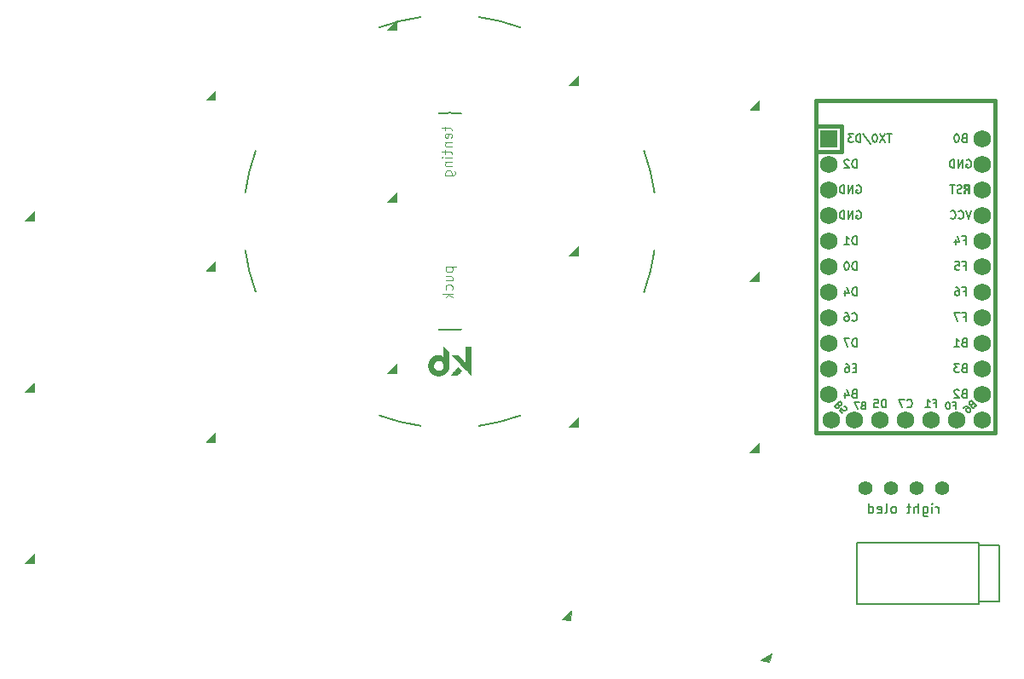
<source format=gbr>
%TF.GenerationSoftware,KiCad,Pcbnew,(6.0.0)*%
%TF.CreationDate,2022-05-05T22:03:01-07:00*%
%TF.ProjectId,half-swept,68616c66-2d73-4776-9570-742e6b696361,rev?*%
%TF.SameCoordinates,Original*%
%TF.FileFunction,Legend,Bot*%
%TF.FilePolarity,Positive*%
%FSLAX46Y46*%
G04 Gerber Fmt 4.6, Leading zero omitted, Abs format (unit mm)*
G04 Created by KiCad (PCBNEW (6.0.0)) date 2022-05-05 22:03:01*
%MOMM*%
%LPD*%
G01*
G04 APERTURE LIST*
%ADD10C,0.100000*%
%ADD11C,0.150000*%
%ADD12C,0.200000*%
%ADD13C,0.010000*%
%ADD14C,0.381000*%
%ADD15R,1.752600X1.752600*%
%ADD16C,1.752600*%
%ADD17C,1.397000*%
G04 APERTURE END LIST*
D10*
%TO.C,REF\u002A\u002A*%
X67292199Y-42410339D02*
X68292199Y-42410339D01*
X67339818Y-42410339D02*
X67292199Y-42505577D01*
X67292199Y-42696053D01*
X67339818Y-42791291D01*
X67387437Y-42838910D01*
X67482675Y-42886529D01*
X67768389Y-42886529D01*
X67863627Y-42838910D01*
X67911246Y-42791291D01*
X67958865Y-42696053D01*
X67958865Y-42505577D01*
X67911246Y-42410339D01*
X67292199Y-43743672D02*
X67958865Y-43743672D01*
X67292199Y-43315100D02*
X67816008Y-43315100D01*
X67911246Y-43362719D01*
X67958865Y-43457958D01*
X67958865Y-43600815D01*
X67911246Y-43696053D01*
X67863627Y-43743672D01*
X67911246Y-44648434D02*
X67958865Y-44553196D01*
X67958865Y-44362719D01*
X67911246Y-44267481D01*
X67863627Y-44219862D01*
X67768389Y-44172243D01*
X67482675Y-44172243D01*
X67387437Y-44219862D01*
X67339818Y-44267481D01*
X67292199Y-44362719D01*
X67292199Y-44553196D01*
X67339818Y-44648434D01*
X67958865Y-45077005D02*
X66958865Y-45077005D01*
X67577913Y-45172243D02*
X67958865Y-45457958D01*
X67292199Y-45457958D02*
X67673151Y-45077005D01*
X67228699Y-28456339D02*
X67228699Y-28837291D01*
X66895365Y-28599196D02*
X67752508Y-28599196D01*
X67847746Y-28646815D01*
X67895365Y-28742053D01*
X67895365Y-28837291D01*
X67847746Y-29551577D02*
X67895365Y-29456339D01*
X67895365Y-29265862D01*
X67847746Y-29170624D01*
X67752508Y-29123005D01*
X67371556Y-29123005D01*
X67276318Y-29170624D01*
X67228699Y-29265862D01*
X67228699Y-29456339D01*
X67276318Y-29551577D01*
X67371556Y-29599196D01*
X67466794Y-29599196D01*
X67562032Y-29123005D01*
X67228699Y-30027767D02*
X67895365Y-30027767D01*
X67323937Y-30027767D02*
X67276318Y-30075386D01*
X67228699Y-30170624D01*
X67228699Y-30313481D01*
X67276318Y-30408719D01*
X67371556Y-30456339D01*
X67895365Y-30456339D01*
X67228699Y-30789672D02*
X67228699Y-31170624D01*
X66895365Y-30932529D02*
X67752508Y-30932529D01*
X67847746Y-30980148D01*
X67895365Y-31075386D01*
X67895365Y-31170624D01*
X67895365Y-31503958D02*
X67228699Y-31503958D01*
X66895365Y-31503958D02*
X66942985Y-31456339D01*
X66990604Y-31503958D01*
X66942985Y-31551577D01*
X66895365Y-31503958D01*
X66990604Y-31503958D01*
X67228699Y-31980148D02*
X67895365Y-31980148D01*
X67323937Y-31980148D02*
X67276318Y-32027767D01*
X67228699Y-32123005D01*
X67228699Y-32265862D01*
X67276318Y-32361100D01*
X67371556Y-32408719D01*
X67895365Y-32408719D01*
X67228699Y-33313481D02*
X68038223Y-33313481D01*
X68133461Y-33265862D01*
X68181080Y-33218243D01*
X68228699Y-33123005D01*
X68228699Y-32980148D01*
X68181080Y-32884910D01*
X67847746Y-33313481D02*
X67895365Y-33218243D01*
X67895365Y-33027767D01*
X67847746Y-32932529D01*
X67800127Y-32884910D01*
X67704889Y-32837291D01*
X67419175Y-32837291D01*
X67323937Y-32884910D01*
X67276318Y-32932529D01*
X67228699Y-33027767D01*
X67228699Y-33218243D01*
X67276318Y-33313481D01*
D11*
%TO.C,U2*%
X108076460Y-45246493D02*
X108076460Y-44446493D01*
X107885984Y-44446493D01*
X107771698Y-44484589D01*
X107695507Y-44560779D01*
X107657412Y-44636969D01*
X107619317Y-44789350D01*
X107619317Y-44903636D01*
X107657412Y-45056017D01*
X107695507Y-45132208D01*
X107771698Y-45208398D01*
X107885984Y-45246493D01*
X108076460Y-45246493D01*
X106933603Y-44713160D02*
X106933603Y-45246493D01*
X107124079Y-44408398D02*
X107314555Y-44979827D01*
X106819317Y-44979827D01*
X108095507Y-36864589D02*
X108171698Y-36826493D01*
X108285984Y-36826493D01*
X108400269Y-36864589D01*
X108476460Y-36940779D01*
X108514555Y-37016969D01*
X108552650Y-37169350D01*
X108552650Y-37283636D01*
X108514555Y-37436017D01*
X108476460Y-37512208D01*
X108400269Y-37588398D01*
X108285984Y-37626493D01*
X108209793Y-37626493D01*
X108095507Y-37588398D01*
X108057412Y-37550303D01*
X108057412Y-37283636D01*
X108209793Y-37283636D01*
X107714555Y-37626493D02*
X107714555Y-36826493D01*
X107257412Y-37626493D01*
X107257412Y-36826493D01*
X106876460Y-37626493D02*
X106876460Y-36826493D01*
X106685984Y-36826493D01*
X106571698Y-36864589D01*
X106495507Y-36940779D01*
X106457412Y-37016969D01*
X106419317Y-37169350D01*
X106419317Y-37283636D01*
X106457412Y-37436017D01*
X106495507Y-37512208D01*
X106571698Y-37588398D01*
X106685984Y-37626493D01*
X106876460Y-37626493D01*
X107809793Y-54987446D02*
X107695507Y-55025541D01*
X107657412Y-55063636D01*
X107619317Y-55139827D01*
X107619317Y-55254112D01*
X107657412Y-55330303D01*
X107695507Y-55368398D01*
X107771698Y-55406493D01*
X108076460Y-55406493D01*
X108076460Y-54606493D01*
X107809793Y-54606493D01*
X107733603Y-54644589D01*
X107695507Y-54682684D01*
X107657412Y-54758874D01*
X107657412Y-54835065D01*
X107695507Y-54911255D01*
X107733603Y-54949350D01*
X107809793Y-54987446D01*
X108076460Y-54987446D01*
X106933603Y-54873160D02*
X106933603Y-55406493D01*
X107124079Y-54568398D02*
X107314555Y-55139827D01*
X106819317Y-55139827D01*
X115753650Y-55957446D02*
X116020317Y-55957446D01*
X116020317Y-56376493D02*
X116020317Y-55576493D01*
X115639364Y-55576493D01*
X114915555Y-56376493D02*
X115372698Y-56376493D01*
X115144126Y-56376493D02*
X115144126Y-55576493D01*
X115220317Y-55690779D01*
X115296507Y-55766969D01*
X115372698Y-55805065D01*
X118731793Y-49907446D02*
X118617507Y-49945541D01*
X118579412Y-49983636D01*
X118541317Y-50059827D01*
X118541317Y-50174112D01*
X118579412Y-50250303D01*
X118617507Y-50288398D01*
X118693698Y-50326493D01*
X118998460Y-50326493D01*
X118998460Y-49526493D01*
X118731793Y-49526493D01*
X118655603Y-49564589D01*
X118617507Y-49602684D01*
X118579412Y-49678874D01*
X118579412Y-49755065D01*
X118617507Y-49831255D01*
X118655603Y-49869350D01*
X118731793Y-49907446D01*
X118998460Y-49907446D01*
X117779412Y-50326493D02*
X118236555Y-50326493D01*
X118007984Y-50326493D02*
X118007984Y-49526493D01*
X118084174Y-49640779D01*
X118160364Y-49716969D01*
X118236555Y-49755065D01*
X119017507Y-31784589D02*
X119093698Y-31746493D01*
X119207984Y-31746493D01*
X119322269Y-31784589D01*
X119398460Y-31860779D01*
X119436555Y-31936969D01*
X119474650Y-32089350D01*
X119474650Y-32203636D01*
X119436555Y-32356017D01*
X119398460Y-32432208D01*
X119322269Y-32508398D01*
X119207984Y-32546493D01*
X119131793Y-32546493D01*
X119017507Y-32508398D01*
X118979412Y-32470303D01*
X118979412Y-32203636D01*
X119131793Y-32203636D01*
X118636555Y-32546493D02*
X118636555Y-31746493D01*
X118179412Y-32546493D01*
X118179412Y-31746493D01*
X117798460Y-32546493D02*
X117798460Y-31746493D01*
X117607984Y-31746493D01*
X117493698Y-31784589D01*
X117417507Y-31860779D01*
X117379412Y-31936969D01*
X117341317Y-32089350D01*
X117341317Y-32203636D01*
X117379412Y-32356017D01*
X117417507Y-32432208D01*
X117493698Y-32508398D01*
X117607984Y-32546493D01*
X117798460Y-32546493D01*
X118731793Y-29587446D02*
X118617507Y-29625541D01*
X118579412Y-29663636D01*
X118541317Y-29739827D01*
X118541317Y-29854112D01*
X118579412Y-29930303D01*
X118617507Y-29968398D01*
X118693698Y-30006493D01*
X118998460Y-30006493D01*
X118998460Y-29206493D01*
X118731793Y-29206493D01*
X118655603Y-29244589D01*
X118617507Y-29282684D01*
X118579412Y-29358874D01*
X118579412Y-29435065D01*
X118617507Y-29511255D01*
X118655603Y-29549350D01*
X118731793Y-29587446D01*
X118998460Y-29587446D01*
X118046079Y-29206493D02*
X117969888Y-29206493D01*
X117893698Y-29244589D01*
X117855603Y-29282684D01*
X117817507Y-29358874D01*
X117779412Y-29511255D01*
X117779412Y-29701731D01*
X117817507Y-29854112D01*
X117855603Y-29930303D01*
X117893698Y-29968398D01*
X117969888Y-30006493D01*
X118046079Y-30006493D01*
X118122269Y-29968398D01*
X118160364Y-29930303D01*
X118198460Y-29854112D01*
X118236555Y-29701731D01*
X118236555Y-29511255D01*
X118198460Y-29358874D01*
X118160364Y-29282684D01*
X118122269Y-29244589D01*
X118046079Y-29206493D01*
X108038364Y-52447446D02*
X107771698Y-52447446D01*
X107657412Y-52866493D02*
X108038364Y-52866493D01*
X108038364Y-52066493D01*
X107657412Y-52066493D01*
X106971698Y-52066493D02*
X107124079Y-52066493D01*
X107200269Y-52104589D01*
X107238364Y-52142684D01*
X107314555Y-52256969D01*
X107352650Y-52409350D01*
X107352650Y-52714112D01*
X107314555Y-52790303D01*
X107276460Y-52828398D01*
X107200269Y-52866493D01*
X107047888Y-52866493D01*
X106971698Y-52828398D01*
X106933603Y-52790303D01*
X106895507Y-52714112D01*
X106895507Y-52523636D01*
X106933603Y-52447446D01*
X106971698Y-52409350D01*
X107047888Y-52371255D01*
X107200269Y-52371255D01*
X107276460Y-52409350D01*
X107314555Y-52447446D01*
X107352650Y-52523636D01*
X111565588Y-29206493D02*
X111108445Y-29206493D01*
X111337016Y-30006493D02*
X111337016Y-29206493D01*
X110917969Y-29206493D02*
X110384635Y-30006493D01*
X110384635Y-29206493D02*
X110917969Y-30006493D01*
X109927492Y-29206493D02*
X109851302Y-29206493D01*
X109775112Y-29244589D01*
X109737016Y-29282684D01*
X109698921Y-29358874D01*
X109660826Y-29511255D01*
X109660826Y-29701731D01*
X109698921Y-29854112D01*
X109737016Y-29930303D01*
X109775112Y-29968398D01*
X109851302Y-30006493D01*
X109927492Y-30006493D01*
X110003683Y-29968398D01*
X110041778Y-29930303D01*
X110079873Y-29854112D01*
X110117969Y-29701731D01*
X110117969Y-29511255D01*
X110079873Y-29358874D01*
X110041778Y-29282684D01*
X110003683Y-29244589D01*
X109927492Y-29206493D01*
X108746540Y-29168398D02*
X109432254Y-30196969D01*
X108479873Y-30006493D02*
X108479873Y-29206493D01*
X108289397Y-29206493D01*
X108175112Y-29244589D01*
X108098921Y-29320779D01*
X108060826Y-29396969D01*
X108022731Y-29549350D01*
X108022731Y-29663636D01*
X108060826Y-29816017D01*
X108098921Y-29892208D01*
X108175112Y-29968398D01*
X108289397Y-30006493D01*
X108479873Y-30006493D01*
X107756064Y-29206493D02*
X107260826Y-29206493D01*
X107527492Y-29511255D01*
X107413207Y-29511255D01*
X107337016Y-29549350D01*
X107298921Y-29587446D01*
X107260826Y-29663636D01*
X107260826Y-29854112D01*
X107298921Y-29930303D01*
X107337016Y-29968398D01*
X107413207Y-30006493D01*
X107641778Y-30006493D01*
X107717969Y-29968398D01*
X107756064Y-29930303D01*
X118731793Y-52447446D02*
X118617507Y-52485541D01*
X118579412Y-52523636D01*
X118541317Y-52599827D01*
X118541317Y-52714112D01*
X118579412Y-52790303D01*
X118617507Y-52828398D01*
X118693698Y-52866493D01*
X118998460Y-52866493D01*
X118998460Y-52066493D01*
X118731793Y-52066493D01*
X118655603Y-52104589D01*
X118617507Y-52142684D01*
X118579412Y-52218874D01*
X118579412Y-52295065D01*
X118617507Y-52371255D01*
X118655603Y-52409350D01*
X118731793Y-52447446D01*
X118998460Y-52447446D01*
X118274650Y-52066493D02*
X117779412Y-52066493D01*
X118046079Y-52371255D01*
X117931793Y-52371255D01*
X117855603Y-52409350D01*
X117817507Y-52447446D01*
X117779412Y-52523636D01*
X117779412Y-52714112D01*
X117817507Y-52790303D01*
X117855603Y-52828398D01*
X117931793Y-52866493D01*
X118160364Y-52866493D01*
X118236555Y-52828398D01*
X118274650Y-52790303D01*
X107619317Y-47710303D02*
X107657412Y-47748398D01*
X107771698Y-47786493D01*
X107847888Y-47786493D01*
X107962174Y-47748398D01*
X108038364Y-47672208D01*
X108076460Y-47596017D01*
X108114555Y-47443636D01*
X108114555Y-47329350D01*
X108076460Y-47176969D01*
X108038364Y-47100779D01*
X107962174Y-47024589D01*
X107847888Y-46986493D01*
X107771698Y-46986493D01*
X107657412Y-47024589D01*
X107619317Y-47062684D01*
X106933603Y-46986493D02*
X107085984Y-46986493D01*
X107162174Y-47024589D01*
X107200269Y-47062684D01*
X107276460Y-47176969D01*
X107314555Y-47329350D01*
X107314555Y-47634112D01*
X107276460Y-47710303D01*
X107238364Y-47748398D01*
X107162174Y-47786493D01*
X107009793Y-47786493D01*
X106933603Y-47748398D01*
X106895507Y-47710303D01*
X106857412Y-47634112D01*
X106857412Y-47443636D01*
X106895507Y-47367446D01*
X106933603Y-47329350D01*
X107009793Y-47291255D01*
X107162174Y-47291255D01*
X107238364Y-47329350D01*
X107276460Y-47367446D01*
X107314555Y-47443636D01*
X108076460Y-32546493D02*
X108076460Y-31746493D01*
X107885984Y-31746493D01*
X107771698Y-31784589D01*
X107695507Y-31860779D01*
X107657412Y-31936969D01*
X107619317Y-32089350D01*
X107619317Y-32203636D01*
X107657412Y-32356017D01*
X107695507Y-32432208D01*
X107771698Y-32508398D01*
X107885984Y-32546493D01*
X108076460Y-32546493D01*
X107314555Y-31822684D02*
X107276460Y-31784589D01*
X107200269Y-31746493D01*
X107009793Y-31746493D01*
X106933603Y-31784589D01*
X106895507Y-31822684D01*
X106857412Y-31898874D01*
X106857412Y-31975065D01*
X106895507Y-32089350D01*
X107352650Y-32546493D01*
X106857412Y-32546493D01*
X108076460Y-42706493D02*
X108076460Y-41906493D01*
X107885984Y-41906493D01*
X107771698Y-41944589D01*
X107695507Y-42020779D01*
X107657412Y-42096969D01*
X107619317Y-42249350D01*
X107619317Y-42363636D01*
X107657412Y-42516017D01*
X107695507Y-42592208D01*
X107771698Y-42668398D01*
X107885984Y-42706493D01*
X108076460Y-42706493D01*
X107124079Y-41906493D02*
X107047888Y-41906493D01*
X106971698Y-41944589D01*
X106933603Y-41982684D01*
X106895507Y-42058874D01*
X106857412Y-42211255D01*
X106857412Y-42401731D01*
X106895507Y-42554112D01*
X106933603Y-42630303D01*
X106971698Y-42668398D01*
X107047888Y-42706493D01*
X107124079Y-42706493D01*
X107200269Y-42668398D01*
X107238364Y-42630303D01*
X107276460Y-42554112D01*
X107314555Y-42401731D01*
X107314555Y-42211255D01*
X107276460Y-42058874D01*
X107238364Y-41982684D01*
X107200269Y-41944589D01*
X107124079Y-41906493D01*
X118731793Y-54987446D02*
X118617507Y-55025541D01*
X118579412Y-55063636D01*
X118541317Y-55139827D01*
X118541317Y-55254112D01*
X118579412Y-55330303D01*
X118617507Y-55368398D01*
X118693698Y-55406493D01*
X118998460Y-55406493D01*
X118998460Y-54606493D01*
X118731793Y-54606493D01*
X118655603Y-54644589D01*
X118617507Y-54682684D01*
X118579412Y-54758874D01*
X118579412Y-54835065D01*
X118617507Y-54911255D01*
X118655603Y-54949350D01*
X118731793Y-54987446D01*
X118998460Y-54987446D01*
X118236555Y-54682684D02*
X118198460Y-54644589D01*
X118122269Y-54606493D01*
X117931793Y-54606493D01*
X117855603Y-54644589D01*
X117817507Y-54682684D01*
X117779412Y-54758874D01*
X117779412Y-54835065D01*
X117817507Y-54949350D01*
X118274650Y-55406493D01*
X117779412Y-55406493D01*
X106311281Y-56149597D02*
X106405562Y-56196737D01*
X106452703Y-56196737D01*
X106523413Y-56173167D01*
X106594124Y-56102456D01*
X106617694Y-56031746D01*
X106617694Y-55984605D01*
X106594124Y-55913895D01*
X106405562Y-55725333D01*
X105910587Y-56220308D01*
X106075579Y-56385299D01*
X106146290Y-56408869D01*
X106193430Y-56408869D01*
X106264141Y-56385299D01*
X106311281Y-56338159D01*
X106334851Y-56267448D01*
X106334851Y-56220308D01*
X106311281Y-56149597D01*
X106146290Y-55984605D01*
X106641264Y-56950985D02*
X106405562Y-56715282D01*
X106617694Y-56456010D01*
X106617694Y-56503150D01*
X106641264Y-56573861D01*
X106759116Y-56691712D01*
X106829826Y-56715282D01*
X106876967Y-56715282D01*
X106947677Y-56691712D01*
X107065528Y-56573861D01*
X107089099Y-56503150D01*
X107089099Y-56456010D01*
X107065528Y-56385299D01*
X106947677Y-56267448D01*
X106876967Y-56243878D01*
X106829826Y-56243878D01*
X119511975Y-56078886D02*
X119464835Y-56173167D01*
X119464835Y-56220308D01*
X119488405Y-56291018D01*
X119559116Y-56361729D01*
X119629826Y-56385299D01*
X119676967Y-56385299D01*
X119747677Y-56361729D01*
X119936239Y-56173167D01*
X119441264Y-55678192D01*
X119276273Y-55843184D01*
X119252703Y-55913895D01*
X119252703Y-55961035D01*
X119276273Y-56031746D01*
X119323413Y-56078886D01*
X119394124Y-56102456D01*
X119441264Y-56102456D01*
X119511975Y-56078886D01*
X119676967Y-55913895D01*
X118734158Y-56385299D02*
X118828439Y-56291018D01*
X118899149Y-56267448D01*
X118946290Y-56267448D01*
X119064141Y-56291018D01*
X119181992Y-56361729D01*
X119370554Y-56550291D01*
X119394124Y-56621001D01*
X119394124Y-56668142D01*
X119370554Y-56738853D01*
X119276273Y-56833133D01*
X119205562Y-56856704D01*
X119158422Y-56856704D01*
X119087711Y-56833133D01*
X118969860Y-56715282D01*
X118946290Y-56644572D01*
X118946290Y-56597431D01*
X118969860Y-56526721D01*
X119064141Y-56432440D01*
X119134851Y-56408869D01*
X119181992Y-56408869D01*
X119252703Y-56432440D01*
X113080317Y-56300303D02*
X113118412Y-56338398D01*
X113232698Y-56376493D01*
X113308888Y-56376493D01*
X113423174Y-56338398D01*
X113499364Y-56262208D01*
X113537460Y-56186017D01*
X113575555Y-56033636D01*
X113575555Y-55919350D01*
X113537460Y-55766969D01*
X113499364Y-55690779D01*
X113423174Y-55614589D01*
X113308888Y-55576493D01*
X113232698Y-55576493D01*
X113118412Y-55614589D01*
X113080317Y-55652684D01*
X112813650Y-55576493D02*
X112280317Y-55576493D01*
X112623174Y-56376493D01*
X108076460Y-50326493D02*
X108076460Y-49526493D01*
X107885984Y-49526493D01*
X107771698Y-49564589D01*
X107695507Y-49640779D01*
X107657412Y-49716969D01*
X107619317Y-49869350D01*
X107619317Y-49983636D01*
X107657412Y-50136017D01*
X107695507Y-50212208D01*
X107771698Y-50288398D01*
X107885984Y-50326493D01*
X108076460Y-50326493D01*
X107352650Y-49526493D02*
X106819317Y-49526493D01*
X107162174Y-50326493D01*
X118674650Y-39747446D02*
X118941317Y-39747446D01*
X118941317Y-40166493D02*
X118941317Y-39366493D01*
X118560364Y-39366493D01*
X117912745Y-39633160D02*
X117912745Y-40166493D01*
X118103222Y-39328398D02*
X118293698Y-39899827D01*
X117798460Y-39899827D01*
X108076460Y-40166493D02*
X108076460Y-39366493D01*
X107885984Y-39366493D01*
X107771698Y-39404589D01*
X107695507Y-39480779D01*
X107657412Y-39556969D01*
X107619317Y-39709350D01*
X107619317Y-39823636D01*
X107657412Y-39976017D01*
X107695507Y-40052208D01*
X107771698Y-40128398D01*
X107885984Y-40166493D01*
X108076460Y-40166493D01*
X106857412Y-40166493D02*
X107314555Y-40166493D01*
X107085984Y-40166493D02*
X107085984Y-39366493D01*
X107162174Y-39480779D01*
X107238364Y-39556969D01*
X107314555Y-39595065D01*
X108095507Y-34324589D02*
X108171698Y-34286493D01*
X108285984Y-34286493D01*
X108400269Y-34324589D01*
X108476460Y-34400779D01*
X108514555Y-34476969D01*
X108552650Y-34629350D01*
X108552650Y-34743636D01*
X108514555Y-34896017D01*
X108476460Y-34972208D01*
X108400269Y-35048398D01*
X108285984Y-35086493D01*
X108209793Y-35086493D01*
X108095507Y-35048398D01*
X108057412Y-35010303D01*
X108057412Y-34743636D01*
X108209793Y-34743636D01*
X107714555Y-35086493D02*
X107714555Y-34286493D01*
X107257412Y-35086493D01*
X107257412Y-34286493D01*
X106876460Y-35086493D02*
X106876460Y-34286493D01*
X106685984Y-34286493D01*
X106571698Y-34324589D01*
X106495507Y-34400779D01*
X106457412Y-34476969D01*
X106419317Y-34629350D01*
X106419317Y-34743636D01*
X106457412Y-34896017D01*
X106495507Y-34972208D01*
X106571698Y-35048398D01*
X106685984Y-35086493D01*
X106876460Y-35086493D01*
X110997460Y-56376493D02*
X110997460Y-55576493D01*
X110806984Y-55576493D01*
X110692698Y-55614589D01*
X110616507Y-55690779D01*
X110578412Y-55766969D01*
X110540317Y-55919350D01*
X110540317Y-56033636D01*
X110578412Y-56186017D01*
X110616507Y-56262208D01*
X110692698Y-56338398D01*
X110806984Y-56376493D01*
X110997460Y-56376493D01*
X109816507Y-55576493D02*
X110197460Y-55576493D01*
X110235555Y-55957446D01*
X110197460Y-55919350D01*
X110121269Y-55881255D01*
X109930793Y-55881255D01*
X109854603Y-55919350D01*
X109816507Y-55957446D01*
X109778412Y-56033636D01*
X109778412Y-56224112D01*
X109816507Y-56300303D01*
X109854603Y-56338398D01*
X109930793Y-56376493D01*
X110121269Y-56376493D01*
X110197460Y-56338398D01*
X110235555Y-56300303D01*
X118674650Y-44827446D02*
X118941317Y-44827446D01*
X118941317Y-45246493D02*
X118941317Y-44446493D01*
X118560364Y-44446493D01*
X117912745Y-44446493D02*
X118065126Y-44446493D01*
X118141317Y-44484589D01*
X118179412Y-44522684D01*
X118255603Y-44636969D01*
X118293698Y-44789350D01*
X118293698Y-45094112D01*
X118255603Y-45170303D01*
X118217507Y-45208398D01*
X118141317Y-45246493D01*
X117988936Y-45246493D01*
X117912745Y-45208398D01*
X117874650Y-45170303D01*
X117836555Y-45094112D01*
X117836555Y-44903636D01*
X117874650Y-44827446D01*
X117912745Y-44789350D01*
X117988936Y-44751255D01*
X118141317Y-44751255D01*
X118217507Y-44789350D01*
X118255603Y-44827446D01*
X118293698Y-44903636D01*
X119474650Y-36826493D02*
X119207984Y-37626493D01*
X118941317Y-36826493D01*
X118217507Y-37550303D02*
X118255603Y-37588398D01*
X118369888Y-37626493D01*
X118446079Y-37626493D01*
X118560364Y-37588398D01*
X118636555Y-37512208D01*
X118674650Y-37436017D01*
X118712745Y-37283636D01*
X118712745Y-37169350D01*
X118674650Y-37016969D01*
X118636555Y-36940779D01*
X118560364Y-36864589D01*
X118446079Y-36826493D01*
X118369888Y-36826493D01*
X118255603Y-36864589D01*
X118217507Y-36902684D01*
X117417507Y-37550303D02*
X117455603Y-37588398D01*
X117569888Y-37626493D01*
X117646079Y-37626493D01*
X117760364Y-37588398D01*
X117836555Y-37512208D01*
X117874650Y-37436017D01*
X117912745Y-37283636D01*
X117912745Y-37169350D01*
X117874650Y-37016969D01*
X117836555Y-36940779D01*
X117760364Y-36864589D01*
X117646079Y-36826493D01*
X117569888Y-36826493D01*
X117455603Y-36864589D01*
X117417507Y-36902684D01*
X108730317Y-56164589D02*
X108630317Y-56197922D01*
X108596984Y-56231255D01*
X108563650Y-56297922D01*
X108563650Y-56397922D01*
X108596984Y-56464589D01*
X108630317Y-56497922D01*
X108696984Y-56531255D01*
X108963650Y-56531255D01*
X108963650Y-55831255D01*
X108730317Y-55831255D01*
X108663650Y-55864589D01*
X108630317Y-55897922D01*
X108596984Y-55964589D01*
X108596984Y-56031255D01*
X108630317Y-56097922D01*
X108663650Y-56131255D01*
X108730317Y-56164589D01*
X108963650Y-56164589D01*
X108330317Y-55831255D02*
X107863650Y-55831255D01*
X108163650Y-56531255D01*
X118674650Y-47367446D02*
X118941317Y-47367446D01*
X118941317Y-47786493D02*
X118941317Y-46986493D01*
X118560364Y-46986493D01*
X118331793Y-46986493D02*
X117798460Y-46986493D01*
X118141317Y-47786493D01*
X117680317Y-56164589D02*
X117913650Y-56164589D01*
X117913650Y-56531255D02*
X117913650Y-55831255D01*
X117580317Y-55831255D01*
X117180317Y-55831255D02*
X117113650Y-55831255D01*
X117046984Y-55864589D01*
X117013650Y-55897922D01*
X116980317Y-55964589D01*
X116946984Y-56097922D01*
X116946984Y-56264589D01*
X116980317Y-56397922D01*
X117013650Y-56464589D01*
X117046984Y-56497922D01*
X117113650Y-56531255D01*
X117180317Y-56531255D01*
X117246984Y-56497922D01*
X117280317Y-56464589D01*
X117313650Y-56397922D01*
X117346984Y-56264589D01*
X117346984Y-56097922D01*
X117313650Y-55964589D01*
X117280317Y-55897922D01*
X117246984Y-55864589D01*
X117180317Y-55831255D01*
X118520317Y-35028398D02*
X118406031Y-35066493D01*
X118215555Y-35066493D01*
X118139364Y-35028398D01*
X118101269Y-34990303D01*
X118063174Y-34914112D01*
X118063174Y-34837922D01*
X118101269Y-34761731D01*
X118139364Y-34723636D01*
X118215555Y-34685541D01*
X118367936Y-34647446D01*
X118444126Y-34609350D01*
X118482222Y-34571255D01*
X118520317Y-34495065D01*
X118520317Y-34418874D01*
X118482222Y-34342684D01*
X118444126Y-34304589D01*
X118367936Y-34266493D01*
X118177460Y-34266493D01*
X118063174Y-34304589D01*
X117834603Y-34266493D02*
X117377460Y-34266493D01*
X117606031Y-35066493D02*
X117606031Y-34266493D01*
X118674650Y-42287446D02*
X118941317Y-42287446D01*
X118941317Y-42706493D02*
X118941317Y-41906493D01*
X118560364Y-41906493D01*
X117874650Y-41906493D02*
X118255603Y-41906493D01*
X118293698Y-42287446D01*
X118255603Y-42249350D01*
X118179412Y-42211255D01*
X117988936Y-42211255D01*
X117912745Y-42249350D01*
X117874650Y-42287446D01*
X117836555Y-42363636D01*
X117836555Y-42554112D01*
X117874650Y-42630303D01*
X117912745Y-42668398D01*
X117988936Y-42706493D01*
X118179412Y-42706493D01*
X118255603Y-42668398D01*
X118293698Y-42630303D01*
%TO.C,OL2*%
X116223175Y-66880218D02*
X116223175Y-66213552D01*
X116223175Y-66404028D02*
X116175556Y-66308790D01*
X116127937Y-66261171D01*
X116032699Y-66213552D01*
X115937461Y-66213552D01*
X115604127Y-66880218D02*
X115604127Y-66213552D01*
X115604127Y-65880218D02*
X115651746Y-65927838D01*
X115604127Y-65975457D01*
X115556508Y-65927838D01*
X115604127Y-65880218D01*
X115604127Y-65975457D01*
X114699365Y-66213552D02*
X114699365Y-67023076D01*
X114746985Y-67118314D01*
X114794604Y-67165933D01*
X114889842Y-67213552D01*
X115032699Y-67213552D01*
X115127937Y-67165933D01*
X114699365Y-66832599D02*
X114794604Y-66880218D01*
X114985080Y-66880218D01*
X115080318Y-66832599D01*
X115127937Y-66784980D01*
X115175556Y-66689742D01*
X115175556Y-66404028D01*
X115127937Y-66308790D01*
X115080318Y-66261171D01*
X114985080Y-66213552D01*
X114794604Y-66213552D01*
X114699365Y-66261171D01*
X114223175Y-66880218D02*
X114223175Y-65880218D01*
X113794604Y-66880218D02*
X113794604Y-66356409D01*
X113842223Y-66261171D01*
X113937461Y-66213552D01*
X114080318Y-66213552D01*
X114175556Y-66261171D01*
X114223175Y-66308790D01*
X113461270Y-66213552D02*
X113080318Y-66213552D01*
X113318413Y-65880218D02*
X113318413Y-66737361D01*
X113270794Y-66832599D01*
X113175556Y-66880218D01*
X113080318Y-66880218D01*
X111842223Y-66880218D02*
X111937461Y-66832599D01*
X111985080Y-66784980D01*
X112032699Y-66689742D01*
X112032699Y-66404028D01*
X111985080Y-66308790D01*
X111937461Y-66261171D01*
X111842223Y-66213552D01*
X111699365Y-66213552D01*
X111604127Y-66261171D01*
X111556508Y-66308790D01*
X111508889Y-66404028D01*
X111508889Y-66689742D01*
X111556508Y-66784980D01*
X111604127Y-66832599D01*
X111699365Y-66880218D01*
X111842223Y-66880218D01*
X110937461Y-66880218D02*
X111032699Y-66832599D01*
X111080318Y-66737361D01*
X111080318Y-65880218D01*
X110175556Y-66832599D02*
X110270794Y-66880218D01*
X110461270Y-66880218D01*
X110556508Y-66832599D01*
X110604127Y-66737361D01*
X110604127Y-66356409D01*
X110556508Y-66261171D01*
X110461270Y-66213552D01*
X110270794Y-66213552D01*
X110175556Y-66261171D01*
X110127937Y-66356409D01*
X110127937Y-66451647D01*
X110604127Y-66546885D01*
X109270794Y-66880218D02*
X109270794Y-65880218D01*
X109270794Y-66832599D02*
X109366032Y-66880218D01*
X109556508Y-66880218D01*
X109651746Y-66832599D01*
X109699365Y-66784980D01*
X109746985Y-66689742D01*
X109746985Y-66404028D01*
X109699365Y-66308790D01*
X109651746Y-66261171D01*
X109556508Y-66213552D01*
X109366032Y-66213552D01*
X109270794Y-66261171D01*
D12*
%TO.C,REF\u002A\u002A*%
X67696985Y-27082839D02*
G75*
G03*
X66568600Y-27141975I-6J-10794921D01*
G01*
X86983119Y-44885887D02*
G75*
G03*
X88016985Y-40735339I-19286117J7008044D01*
G01*
X47376985Y-40735339D02*
G75*
G03*
X48410850Y-44885885I20320050J2857512D01*
G01*
X48410849Y-30869795D02*
G75*
G03*
X47376985Y-35020339I19286252J-7008071D01*
G01*
X60688940Y-57163974D02*
G75*
G03*
X64839485Y-58197839I7008051J19286154D01*
G01*
X70554485Y-58197839D02*
G75*
G03*
X74705030Y-57163974I-2857506J20320019D01*
G01*
X68825370Y-27141975D02*
G75*
G03*
X67696985Y-27082839I-1128379J-10735785D01*
G01*
X88016985Y-35020339D02*
G75*
G03*
X86983119Y-30869791I-20319983J-2857496D01*
G01*
X67696985Y-48672839D02*
G75*
G03*
X68825370Y-48613703I6J10794921D01*
G01*
X74705034Y-18591705D02*
G75*
G03*
X70554485Y-17557839I-7008041J-19286105D01*
G01*
X66568600Y-48613703D02*
G75*
G03*
X67696985Y-48672839I1128379J10735785D01*
G01*
X64839485Y-17557839D02*
G75*
G03*
X60688939Y-18591704I2857512J-20320050D01*
G01*
D13*
X68474703Y-52402414D02*
X68452000Y-52425277D01*
X68452000Y-52425277D02*
X68417521Y-52460808D01*
X68417521Y-52460808D02*
X68373252Y-52506900D01*
X68373252Y-52506900D02*
X68321185Y-52561446D01*
X68321185Y-52561446D02*
X68263306Y-52622340D01*
X68263306Y-52622340D02*
X68201607Y-52687475D01*
X68201607Y-52687475D02*
X68138074Y-52754745D01*
X68138074Y-52754745D02*
X68074699Y-52822043D01*
X68074699Y-52822043D02*
X68013469Y-52887262D01*
X68013469Y-52887262D02*
X67956373Y-52948297D01*
X67956373Y-52948297D02*
X67905401Y-53003040D01*
X67905401Y-53003040D02*
X67862541Y-53049385D01*
X67862541Y-53049385D02*
X67829783Y-53085225D01*
X67829783Y-53085225D02*
X67809115Y-53108454D01*
X67809115Y-53108454D02*
X67806822Y-53111145D01*
X67806822Y-53111145D02*
X67778521Y-53144780D01*
X67778521Y-53144780D02*
X68398535Y-53144780D01*
X68398535Y-53144780D02*
X68571885Y-52968711D01*
X68571885Y-52968711D02*
X68625627Y-52913968D01*
X68625627Y-52913968D02*
X68675910Y-52862455D01*
X68675910Y-52862455D02*
X68719726Y-52817275D01*
X68719726Y-52817275D02*
X68754072Y-52781529D01*
X68754072Y-52781529D02*
X68775940Y-52758320D01*
X68775940Y-52758320D02*
X68779117Y-52754828D01*
X68779117Y-52754828D02*
X68812999Y-52717013D01*
X68812999Y-52717013D02*
X68651964Y-52555669D01*
X68651964Y-52555669D02*
X68602251Y-52506214D01*
X68602251Y-52506214D02*
X68558027Y-52462889D01*
X68558027Y-52462889D02*
X68521880Y-52428176D01*
X68521880Y-52428176D02*
X68496398Y-52404556D01*
X68496398Y-52404556D02*
X68484169Y-52394508D01*
X68484169Y-52394508D02*
X68483638Y-52394325D01*
X68483638Y-52394325D02*
X68474703Y-52402414D01*
X68474703Y-52402414D02*
X68474703Y-52402414D01*
G36*
X68484169Y-52394508D02*
G01*
X68496398Y-52404556D01*
X68521880Y-52428176D01*
X68558027Y-52462889D01*
X68602251Y-52506214D01*
X68651964Y-52555669D01*
X68812999Y-52717013D01*
X68779117Y-52754828D01*
X68775940Y-52758320D01*
X68754072Y-52781529D01*
X68719726Y-52817275D01*
X68675910Y-52862455D01*
X68625627Y-52913968D01*
X68571885Y-52968711D01*
X68398535Y-53144780D01*
X67778521Y-53144780D01*
X67806822Y-53111145D01*
X67809115Y-53108454D01*
X67829783Y-53085225D01*
X67862541Y-53049385D01*
X67905401Y-53003040D01*
X67956373Y-52948297D01*
X68013469Y-52887262D01*
X68074699Y-52822043D01*
X68138074Y-52754745D01*
X68201607Y-52687475D01*
X68263306Y-52622340D01*
X68321185Y-52561446D01*
X68373252Y-52506900D01*
X68417521Y-52460808D01*
X68452000Y-52425277D01*
X68474703Y-52402414D01*
X68483638Y-52394325D01*
X68484169Y-52394508D01*
G37*
X68484169Y-52394508D02*
X68496398Y-52404556D01*
X68521880Y-52428176D01*
X68558027Y-52462889D01*
X68602251Y-52506214D01*
X68651964Y-52555669D01*
X68812999Y-52717013D01*
X68779117Y-52754828D01*
X68775940Y-52758320D01*
X68754072Y-52781529D01*
X68719726Y-52817275D01*
X68675910Y-52862455D01*
X68625627Y-52913968D01*
X68571885Y-52968711D01*
X68398535Y-53144780D01*
X67778521Y-53144780D01*
X67806822Y-53111145D01*
X67809115Y-53108454D01*
X67829783Y-53085225D01*
X67862541Y-53049385D01*
X67905401Y-53003040D01*
X67956373Y-52948297D01*
X68013469Y-52887262D01*
X68074699Y-52822043D01*
X68138074Y-52754745D01*
X68201607Y-52687475D01*
X68263306Y-52622340D01*
X68321185Y-52561446D01*
X68373252Y-52506900D01*
X68417521Y-52460808D01*
X68452000Y-52425277D01*
X68474703Y-52402414D01*
X68483638Y-52394325D01*
X68484169Y-52394508D01*
X67076449Y-50861666D02*
X67076257Y-50965906D01*
X67076257Y-50965906D02*
X67075768Y-51062651D01*
X67075768Y-51062651D02*
X67075018Y-51149537D01*
X67075018Y-51149537D02*
X67074042Y-51224199D01*
X67074042Y-51224199D02*
X67072873Y-51284274D01*
X67072873Y-51284274D02*
X67071546Y-51327397D01*
X67071546Y-51327397D02*
X67070097Y-51351204D01*
X67070097Y-51351204D02*
X67069189Y-51355234D01*
X67069189Y-51355234D02*
X67056758Y-51348920D01*
X67056758Y-51348920D02*
X67031912Y-51332577D01*
X67031912Y-51332577D02*
X67007778Y-51315375D01*
X67007778Y-51315375D02*
X66893081Y-51244653D01*
X66893081Y-51244653D02*
X66770865Y-51195549D01*
X66770865Y-51195549D02*
X66640482Y-51167873D01*
X66640482Y-51167873D02*
X66501281Y-51161435D01*
X66501281Y-51161435D02*
X66483469Y-51162103D01*
X66483469Y-51162103D02*
X66393834Y-51168655D01*
X66393834Y-51168655D02*
X66317351Y-51180592D01*
X66317351Y-51180592D02*
X66245699Y-51200084D01*
X66245699Y-51200084D02*
X66170561Y-51229301D01*
X66170561Y-51229301D02*
X66100710Y-51261940D01*
X66100710Y-51261940D02*
X65972777Y-51337233D01*
X65972777Y-51337233D02*
X65859857Y-51429213D01*
X65859857Y-51429213D02*
X65762963Y-51536202D01*
X65762963Y-51536202D02*
X65683105Y-51656527D01*
X65683105Y-51656527D02*
X65621295Y-51788512D01*
X65621295Y-51788512D02*
X65578543Y-51930481D01*
X65578543Y-51930481D02*
X65555862Y-52080760D01*
X65555862Y-52080760D02*
X65552301Y-52170430D01*
X65552301Y-52170430D02*
X65562592Y-52322908D01*
X65562592Y-52322908D02*
X65593948Y-52467472D01*
X65593948Y-52467472D02*
X65647093Y-52606708D01*
X65647093Y-52606708D02*
X65704348Y-52713627D01*
X65704348Y-52713627D02*
X65790060Y-52833920D01*
X65790060Y-52833920D02*
X65891673Y-52938769D01*
X65891673Y-52938769D02*
X66007006Y-53027091D01*
X66007006Y-53027091D02*
X66133881Y-53097805D01*
X66133881Y-53097805D02*
X66270117Y-53149828D01*
X66270117Y-53149828D02*
X66413536Y-53182081D01*
X66413536Y-53182081D02*
X66561957Y-53193480D01*
X66561957Y-53193480D02*
X66662203Y-53188997D01*
X66662203Y-53188997D02*
X66806811Y-53164116D01*
X66806811Y-53164116D02*
X66947379Y-53117841D01*
X66947379Y-53117841D02*
X67080552Y-53051862D01*
X67080552Y-53051862D02*
X67202972Y-52967865D01*
X67202972Y-52967865D02*
X67311284Y-52867539D01*
X67311284Y-52867539D02*
X67319678Y-52858373D01*
X67319678Y-52858373D02*
X67400809Y-52754253D01*
X67400809Y-52754253D02*
X67470501Y-52636071D01*
X67470501Y-52636071D02*
X67525667Y-52510208D01*
X67525667Y-52510208D02*
X67563220Y-52383048D01*
X67563220Y-52383048D02*
X67572089Y-52336598D01*
X67572089Y-52336598D02*
X67574702Y-52308203D01*
X67574702Y-52308203D02*
X67577047Y-52258131D01*
X67577047Y-52258131D02*
X67578516Y-52207797D01*
X67578516Y-52207797D02*
X67082178Y-52207797D01*
X67082178Y-52207797D02*
X67071606Y-52305346D01*
X67071606Y-52305346D02*
X67041174Y-52399365D01*
X67041174Y-52399365D02*
X67012520Y-52453510D01*
X67012520Y-52453510D02*
X66945586Y-52541793D01*
X66945586Y-52541793D02*
X66866105Y-52612670D01*
X66866105Y-52612670D02*
X66776673Y-52665163D01*
X66776673Y-52665163D02*
X66679887Y-52698295D01*
X66679887Y-52698295D02*
X66578346Y-52711089D01*
X66578346Y-52711089D02*
X66474645Y-52702568D01*
X66474645Y-52702568D02*
X66401818Y-52683280D01*
X66401818Y-52683280D02*
X66358821Y-52667194D01*
X66358821Y-52667194D02*
X66317916Y-52649834D01*
X66317916Y-52649834D02*
X66301749Y-52642058D01*
X66301749Y-52642058D02*
X66256463Y-52611054D01*
X66256463Y-52611054D02*
X66207140Y-52564860D01*
X66207140Y-52564860D02*
X66159083Y-52509404D01*
X66159083Y-52509404D02*
X66117598Y-52450610D01*
X66117598Y-52450610D02*
X66096110Y-52412283D01*
X66096110Y-52412283D02*
X66075929Y-52368037D01*
X66075929Y-52368037D02*
X66063284Y-52329429D01*
X66063284Y-52329429D02*
X66055927Y-52287137D01*
X66055927Y-52287137D02*
X66051609Y-52231834D01*
X66051609Y-52231834D02*
X66051327Y-52226544D01*
X66051327Y-52226544D02*
X66054695Y-52119299D01*
X66054695Y-52119299D02*
X66077551Y-52021407D01*
X66077551Y-52021407D02*
X66121203Y-51927984D01*
X66121203Y-51927984D02*
X66138973Y-51899455D01*
X66138973Y-51899455D02*
X66203515Y-51821551D01*
X66203515Y-51821551D02*
X66282332Y-51759381D01*
X66282332Y-51759381D02*
X66371968Y-51713885D01*
X66371968Y-51713885D02*
X66468967Y-51686007D01*
X66468967Y-51686007D02*
X66569871Y-51676687D01*
X66569871Y-51676687D02*
X66671223Y-51686869D01*
X66671223Y-51686869D02*
X66769569Y-51717494D01*
X66769569Y-51717494D02*
X66783572Y-51723780D01*
X66783572Y-51723780D02*
X66871524Y-51776729D01*
X66871524Y-51776729D02*
X66945514Y-51844943D01*
X66945514Y-51844943D02*
X67004557Y-51925289D01*
X67004557Y-51925289D02*
X67047670Y-52014636D01*
X67047670Y-52014636D02*
X67073872Y-52109849D01*
X67073872Y-52109849D02*
X67082178Y-52207797D01*
X67082178Y-52207797D02*
X67578516Y-52207797D01*
X67578516Y-52207797D02*
X67579100Y-52187794D01*
X67579100Y-52187794D02*
X67580839Y-52098605D01*
X67580839Y-52098605D02*
X67582242Y-51991976D01*
X67582242Y-51991976D02*
X67583286Y-51869320D01*
X67583286Y-51869320D02*
X67583950Y-51732048D01*
X67583950Y-51732048D02*
X67584211Y-51581574D01*
X67584211Y-51581574D02*
X67584214Y-51569838D01*
X67584214Y-51569838D02*
X67584301Y-50878124D01*
X67584301Y-50878124D02*
X67076597Y-50368098D01*
X67076597Y-50368098D02*
X67076449Y-50861666D01*
X67076449Y-50861666D02*
X67076449Y-50861666D01*
G36*
X67574702Y-52308203D02*
G01*
X67572089Y-52336598D01*
X67563220Y-52383048D01*
X67525667Y-52510208D01*
X67470501Y-52636071D01*
X67400809Y-52754253D01*
X67319678Y-52858373D01*
X67311284Y-52867539D01*
X67202972Y-52967865D01*
X67080552Y-53051862D01*
X66947379Y-53117841D01*
X66806811Y-53164116D01*
X66662203Y-53188997D01*
X66561957Y-53193480D01*
X66413536Y-53182081D01*
X66270117Y-53149828D01*
X66133881Y-53097805D01*
X66007006Y-53027091D01*
X65891673Y-52938769D01*
X65790060Y-52833920D01*
X65704348Y-52713627D01*
X65647093Y-52606708D01*
X65593948Y-52467472D01*
X65562592Y-52322908D01*
X65556088Y-52226544D01*
X66051327Y-52226544D01*
X66051609Y-52231834D01*
X66055927Y-52287137D01*
X66063284Y-52329429D01*
X66075929Y-52368037D01*
X66096110Y-52412283D01*
X66117598Y-52450610D01*
X66159083Y-52509404D01*
X66207140Y-52564860D01*
X66256463Y-52611054D01*
X66301749Y-52642058D01*
X66317916Y-52649834D01*
X66358821Y-52667194D01*
X66401818Y-52683280D01*
X66474645Y-52702568D01*
X66578346Y-52711089D01*
X66679887Y-52698295D01*
X66776673Y-52665163D01*
X66866105Y-52612670D01*
X66945586Y-52541793D01*
X67012520Y-52453510D01*
X67041174Y-52399365D01*
X67071606Y-52305346D01*
X67082178Y-52207797D01*
X67073872Y-52109849D01*
X67047670Y-52014636D01*
X67004557Y-51925289D01*
X66945514Y-51844943D01*
X66871524Y-51776729D01*
X66783572Y-51723780D01*
X66769569Y-51717494D01*
X66671223Y-51686869D01*
X66569871Y-51676687D01*
X66468967Y-51686007D01*
X66371968Y-51713885D01*
X66282332Y-51759381D01*
X66203515Y-51821551D01*
X66138973Y-51899455D01*
X66121203Y-51927984D01*
X66077551Y-52021407D01*
X66054695Y-52119299D01*
X66051327Y-52226544D01*
X65556088Y-52226544D01*
X65552301Y-52170430D01*
X65555862Y-52080760D01*
X65578543Y-51930481D01*
X65621295Y-51788512D01*
X65683105Y-51656527D01*
X65762963Y-51536202D01*
X65859857Y-51429213D01*
X65972777Y-51337233D01*
X66100710Y-51261940D01*
X66170561Y-51229301D01*
X66245699Y-51200084D01*
X66317351Y-51180592D01*
X66393834Y-51168655D01*
X66483469Y-51162103D01*
X66501281Y-51161435D01*
X66640482Y-51167873D01*
X66770865Y-51195549D01*
X66893081Y-51244653D01*
X67007778Y-51315375D01*
X67031912Y-51332577D01*
X67056758Y-51348920D01*
X67069189Y-51355234D01*
X67070097Y-51351204D01*
X67071546Y-51327397D01*
X67072873Y-51284274D01*
X67074042Y-51224199D01*
X67075018Y-51149537D01*
X67075768Y-51062651D01*
X67076257Y-50965906D01*
X67076449Y-50861666D01*
X67076597Y-50368098D01*
X67584301Y-50878124D01*
X67584214Y-51569838D01*
X67584211Y-51581574D01*
X67583950Y-51732048D01*
X67583286Y-51869320D01*
X67582242Y-51991976D01*
X67580839Y-52098605D01*
X67579100Y-52187794D01*
X67578516Y-52207797D01*
X67577047Y-52258131D01*
X67574702Y-52308203D01*
G37*
X67574702Y-52308203D02*
X67572089Y-52336598D01*
X67563220Y-52383048D01*
X67525667Y-52510208D01*
X67470501Y-52636071D01*
X67400809Y-52754253D01*
X67319678Y-52858373D01*
X67311284Y-52867539D01*
X67202972Y-52967865D01*
X67080552Y-53051862D01*
X66947379Y-53117841D01*
X66806811Y-53164116D01*
X66662203Y-53188997D01*
X66561957Y-53193480D01*
X66413536Y-53182081D01*
X66270117Y-53149828D01*
X66133881Y-53097805D01*
X66007006Y-53027091D01*
X65891673Y-52938769D01*
X65790060Y-52833920D01*
X65704348Y-52713627D01*
X65647093Y-52606708D01*
X65593948Y-52467472D01*
X65562592Y-52322908D01*
X65556088Y-52226544D01*
X66051327Y-52226544D01*
X66051609Y-52231834D01*
X66055927Y-52287137D01*
X66063284Y-52329429D01*
X66075929Y-52368037D01*
X66096110Y-52412283D01*
X66117598Y-52450610D01*
X66159083Y-52509404D01*
X66207140Y-52564860D01*
X66256463Y-52611054D01*
X66301749Y-52642058D01*
X66317916Y-52649834D01*
X66358821Y-52667194D01*
X66401818Y-52683280D01*
X66474645Y-52702568D01*
X66578346Y-52711089D01*
X66679887Y-52698295D01*
X66776673Y-52665163D01*
X66866105Y-52612670D01*
X66945586Y-52541793D01*
X67012520Y-52453510D01*
X67041174Y-52399365D01*
X67071606Y-52305346D01*
X67082178Y-52207797D01*
X67073872Y-52109849D01*
X67047670Y-52014636D01*
X67004557Y-51925289D01*
X66945514Y-51844943D01*
X66871524Y-51776729D01*
X66783572Y-51723780D01*
X66769569Y-51717494D01*
X66671223Y-51686869D01*
X66569871Y-51676687D01*
X66468967Y-51686007D01*
X66371968Y-51713885D01*
X66282332Y-51759381D01*
X66203515Y-51821551D01*
X66138973Y-51899455D01*
X66121203Y-51927984D01*
X66077551Y-52021407D01*
X66054695Y-52119299D01*
X66051327Y-52226544D01*
X65556088Y-52226544D01*
X65552301Y-52170430D01*
X65555862Y-52080760D01*
X65578543Y-51930481D01*
X65621295Y-51788512D01*
X65683105Y-51656527D01*
X65762963Y-51536202D01*
X65859857Y-51429213D01*
X65972777Y-51337233D01*
X66100710Y-51261940D01*
X66170561Y-51229301D01*
X66245699Y-51200084D01*
X66317351Y-51180592D01*
X66393834Y-51168655D01*
X66483469Y-51162103D01*
X66501281Y-51161435D01*
X66640482Y-51167873D01*
X66770865Y-51195549D01*
X66893081Y-51244653D01*
X67007778Y-51315375D01*
X67031912Y-51332577D01*
X67056758Y-51348920D01*
X67069189Y-51355234D01*
X67070097Y-51351204D01*
X67071546Y-51327397D01*
X67072873Y-51284274D01*
X67074042Y-51224199D01*
X67075018Y-51149537D01*
X67075768Y-51062651D01*
X67076257Y-50965906D01*
X67076449Y-50861666D01*
X67076597Y-50368098D01*
X67584301Y-50878124D01*
X67584214Y-51569838D01*
X67584211Y-51581574D01*
X67583950Y-51732048D01*
X67583286Y-51869320D01*
X67582242Y-51991976D01*
X67580839Y-52098605D01*
X67579100Y-52187794D01*
X67578516Y-52207797D01*
X67577047Y-52258131D01*
X67574702Y-52308203D01*
X69281483Y-51995883D02*
X68478537Y-51193183D01*
X68478537Y-51193183D02*
X68190169Y-51196277D01*
X68190169Y-51196277D02*
X67901801Y-51199370D01*
X67901801Y-51199370D02*
X68749025Y-52059507D01*
X68749025Y-52059507D02*
X68866950Y-52179230D01*
X68866950Y-52179230D02*
X68981749Y-52295779D01*
X68981749Y-52295779D02*
X69092203Y-52407919D01*
X69092203Y-52407919D02*
X69197095Y-52514412D01*
X69197095Y-52514412D02*
X69295207Y-52614023D01*
X69295207Y-52614023D02*
X69385322Y-52705516D01*
X69385322Y-52705516D02*
X69466221Y-52787653D01*
X69466221Y-52787653D02*
X69536688Y-52859198D01*
X69536688Y-52859198D02*
X69595504Y-52918916D01*
X69595504Y-52918916D02*
X69641451Y-52965570D01*
X69641451Y-52965570D02*
X69673312Y-52997923D01*
X69673312Y-52997923D02*
X69687093Y-53011919D01*
X69687093Y-53011919D02*
X69777937Y-53104195D01*
X69777937Y-53104195D02*
X69777937Y-50362325D01*
X69777937Y-50362325D02*
X69281483Y-50362325D01*
X69281483Y-50362325D02*
X69281483Y-51995883D01*
X69281483Y-51995883D02*
X69281483Y-51995883D01*
G36*
X69777937Y-53104195D02*
G01*
X69687093Y-53011919D01*
X69673312Y-52997923D01*
X69641451Y-52965570D01*
X69595504Y-52918916D01*
X69536688Y-52859198D01*
X69466221Y-52787653D01*
X69385322Y-52705516D01*
X69295207Y-52614023D01*
X69197095Y-52514412D01*
X69092203Y-52407919D01*
X68981749Y-52295779D01*
X68866950Y-52179230D01*
X68749025Y-52059507D01*
X67901801Y-51199370D01*
X68190169Y-51196277D01*
X68478537Y-51193183D01*
X69281483Y-51995883D01*
X69281483Y-50362325D01*
X69777937Y-50362325D01*
X69777937Y-53104195D01*
G37*
X69777937Y-53104195D02*
X69687093Y-53011919D01*
X69673312Y-52997923D01*
X69641451Y-52965570D01*
X69595504Y-52918916D01*
X69536688Y-52859198D01*
X69466221Y-52787653D01*
X69385322Y-52705516D01*
X69295207Y-52614023D01*
X69197095Y-52514412D01*
X69092203Y-52407919D01*
X68981749Y-52295779D01*
X68866950Y-52179230D01*
X68749025Y-52059507D01*
X67901801Y-51199370D01*
X68190169Y-51196277D01*
X68478537Y-51193183D01*
X69281483Y-51995883D01*
X69281483Y-50362325D01*
X69777937Y-50362325D01*
X69777937Y-53104195D01*
D10*
%TO.C,D12*%
X79786598Y-76579417D02*
X78811583Y-77397552D01*
X78811583Y-77397552D02*
X79708158Y-77475992D01*
X79708158Y-77475992D02*
X79786598Y-76579417D01*
G36*
X79708158Y-77475992D02*
G01*
X78811583Y-77397552D01*
X79786598Y-76579417D01*
X79708158Y-77475992D01*
G37*
X79708158Y-77475992D02*
X78811583Y-77397552D01*
X79786598Y-76579417D01*
X79708158Y-77475992D01*
%TO.C,D16*%
X44396985Y-24897839D02*
X43496985Y-25797839D01*
X43496985Y-25797839D02*
X44396985Y-25797839D01*
X44396985Y-25797839D02*
X44396985Y-24897839D01*
G36*
X44396985Y-25797839D02*
G01*
X43496985Y-25797839D01*
X44396985Y-24897839D01*
X44396985Y-25797839D01*
G37*
X44396985Y-25797839D02*
X43496985Y-25797839D01*
X44396985Y-24897839D01*
X44396985Y-25797839D01*
%TO.C,D8*%
X62396983Y-52031838D02*
X61496983Y-52931838D01*
X61496983Y-52931838D02*
X62396983Y-52931838D01*
X62396983Y-52931838D02*
X62396983Y-52031838D01*
G36*
X62396983Y-52931838D02*
G01*
X61496983Y-52931838D01*
X62396983Y-52031838D01*
X62396983Y-52931838D01*
G37*
X62396983Y-52931838D02*
X61496983Y-52931838D01*
X62396983Y-52031838D01*
X62396983Y-52931838D01*
%TO.C,D2*%
X62396984Y-17897839D02*
X61496984Y-18797839D01*
X61496984Y-18797839D02*
X62396984Y-18797839D01*
X62396984Y-18797839D02*
X62396984Y-17897839D01*
G36*
X62396984Y-18797839D02*
G01*
X61496984Y-18797839D01*
X62396984Y-17897839D01*
X62396984Y-18797839D01*
G37*
X62396984Y-18797839D02*
X61496984Y-18797839D01*
X62396984Y-17897839D01*
X62396984Y-18797839D01*
%TO.C,D15*%
X99609854Y-80823901D02*
X98507584Y-81460297D01*
X98507584Y-81460297D02*
X99376917Y-81693234D01*
X99376917Y-81693234D02*
X99609854Y-80823901D01*
G36*
X99376917Y-81693234D02*
G01*
X98507584Y-81460297D01*
X99609854Y-80823901D01*
X99376917Y-81693234D01*
G37*
X99376917Y-81693234D02*
X98507584Y-81460297D01*
X99609854Y-80823901D01*
X99376917Y-81693234D01*
%TO.C,D11*%
X80396985Y-57365840D02*
X79496985Y-58265840D01*
X79496985Y-58265840D02*
X80396985Y-58265840D01*
X80396985Y-58265840D02*
X80396985Y-57365840D01*
G36*
X80396985Y-58265840D02*
G01*
X79496985Y-58265840D01*
X80396985Y-57365840D01*
X80396985Y-58265840D01*
G37*
X80396985Y-58265840D02*
X79496985Y-58265840D01*
X80396985Y-57365840D01*
X80396985Y-58265840D01*
D14*
%TO.C,U2*%
X104056984Y-25834589D02*
X104056984Y-58854589D01*
X104056984Y-58854589D02*
X121836984Y-58854589D01*
X106596984Y-30914589D02*
X104056984Y-30914589D01*
X106596984Y-28374589D02*
X104056984Y-28374589D01*
X121836984Y-25834589D02*
X104056984Y-25834589D01*
X121836984Y-58854589D02*
X121836984Y-25834589D01*
X106596984Y-28374589D02*
X106596984Y-30914589D01*
D11*
X118791619Y-34263619D02*
X118791619Y-34363619D01*
X118791619Y-34363619D02*
X119291619Y-34363619D01*
X119291619Y-34363619D02*
X119291619Y-34263619D01*
X119291619Y-34263619D02*
X118791619Y-34263619D01*
G36*
X119291619Y-34363619D02*
G01*
X118791619Y-34363619D01*
X118791619Y-34263619D01*
X119291619Y-34263619D01*
X119291619Y-34363619D01*
G37*
X119291619Y-34363619D02*
X118791619Y-34363619D01*
X118791619Y-34263619D01*
X119291619Y-34263619D01*
X119291619Y-34363619D01*
X118791619Y-34263619D02*
X118791619Y-34563619D01*
X118791619Y-34563619D02*
X118891619Y-34563619D01*
X118891619Y-34563619D02*
X118891619Y-34263619D01*
X118891619Y-34263619D02*
X118791619Y-34263619D01*
G36*
X118891619Y-34563619D02*
G01*
X118791619Y-34563619D01*
X118791619Y-34263619D01*
X118891619Y-34263619D01*
X118891619Y-34563619D01*
G37*
X118891619Y-34563619D02*
X118791619Y-34563619D01*
X118791619Y-34263619D01*
X118891619Y-34263619D01*
X118891619Y-34563619D01*
X118991619Y-34663619D02*
X118991619Y-34763619D01*
X118991619Y-34763619D02*
X119091619Y-34763619D01*
X119091619Y-34763619D02*
X119091619Y-34663619D01*
X119091619Y-34663619D02*
X118991619Y-34663619D01*
G36*
X119091619Y-34763619D02*
G01*
X118991619Y-34763619D01*
X118991619Y-34663619D01*
X119091619Y-34663619D01*
X119091619Y-34763619D01*
G37*
X119091619Y-34763619D02*
X118991619Y-34763619D01*
X118991619Y-34663619D01*
X119091619Y-34663619D01*
X119091619Y-34763619D01*
X118791619Y-34863619D02*
X118791619Y-35063619D01*
X118791619Y-35063619D02*
X118891619Y-35063619D01*
X118891619Y-35063619D02*
X118891619Y-34863619D01*
X118891619Y-34863619D02*
X118791619Y-34863619D01*
G36*
X118891619Y-35063619D02*
G01*
X118791619Y-35063619D01*
X118791619Y-34863619D01*
X118891619Y-34863619D01*
X118891619Y-35063619D01*
G37*
X118891619Y-35063619D02*
X118791619Y-35063619D01*
X118791619Y-34863619D01*
X118891619Y-34863619D01*
X118891619Y-35063619D01*
X119191619Y-34263619D02*
X119191619Y-35063619D01*
X119191619Y-35063619D02*
X119291619Y-35063619D01*
X119291619Y-35063619D02*
X119291619Y-34263619D01*
X119291619Y-34263619D02*
X119191619Y-34263619D01*
G36*
X119291619Y-35063619D02*
G01*
X119191619Y-35063619D01*
X119191619Y-34263619D01*
X119291619Y-34263619D01*
X119291619Y-35063619D01*
G37*
X119291619Y-35063619D02*
X119191619Y-35063619D01*
X119191619Y-34263619D01*
X119291619Y-34263619D01*
X119291619Y-35063619D01*
D10*
%TO.C,D14*%
X80396985Y-40347840D02*
X79496985Y-41247840D01*
X79496985Y-41247840D02*
X80396985Y-41247840D01*
X80396985Y-41247840D02*
X80396985Y-40347840D01*
G36*
X80396985Y-41247840D02*
G01*
X79496985Y-41247840D01*
X80396985Y-40347840D01*
X80396985Y-41247840D01*
G37*
X80396985Y-41247840D02*
X79496985Y-41247840D01*
X80396985Y-40347840D01*
X80396985Y-41247840D01*
%TO.C,D10*%
X44396985Y-58889838D02*
X43496985Y-59789838D01*
X43496985Y-59789838D02*
X44396985Y-59789838D01*
X44396985Y-59789838D02*
X44396985Y-58889838D01*
G36*
X44396985Y-59789838D02*
G01*
X43496985Y-59789838D01*
X44396985Y-58889838D01*
X44396985Y-59789838D01*
G37*
X44396985Y-59789838D02*
X43496985Y-59789838D01*
X44396985Y-58889838D01*
X44396985Y-59789838D01*
%TO.C,D1*%
X26396985Y-36897839D02*
X25496985Y-37797839D01*
X25496985Y-37797839D02*
X26396985Y-37797839D01*
X26396985Y-37797839D02*
X26396985Y-36897839D01*
G36*
X26396985Y-37797839D02*
G01*
X25496985Y-37797839D01*
X26396985Y-36897839D01*
X26396985Y-37797839D01*
G37*
X26396985Y-37797839D02*
X25496985Y-37797839D01*
X26396985Y-36897839D01*
X26396985Y-37797839D01*
%TO.C,D9*%
X98376985Y-59905839D02*
X97476985Y-60805839D01*
X97476985Y-60805839D02*
X98376985Y-60805839D01*
X98376985Y-60805839D02*
X98376985Y-59905839D01*
G36*
X98376985Y-60805839D02*
G01*
X97476985Y-60805839D01*
X98376985Y-59905839D01*
X98376985Y-60805839D01*
G37*
X98376985Y-60805839D02*
X97476985Y-60805839D01*
X98376985Y-59905839D01*
X98376985Y-60805839D01*
%TO.C,D17*%
X80396985Y-23397839D02*
X79496985Y-24297839D01*
X79496985Y-24297839D02*
X80396985Y-24297839D01*
X80396985Y-24297839D02*
X80396985Y-23397839D01*
G36*
X80396985Y-24297839D02*
G01*
X79496985Y-24297839D01*
X80396985Y-23397839D01*
X80396985Y-24297839D01*
G37*
X80396985Y-24297839D02*
X79496985Y-24297839D01*
X80396985Y-23397839D01*
X80396985Y-24297839D01*
%TO.C,D4*%
X26396984Y-53947839D02*
X25496984Y-54847839D01*
X25496984Y-54847839D02*
X26396984Y-54847839D01*
X26396984Y-54847839D02*
X26396984Y-53947839D01*
G36*
X26396984Y-54847839D02*
G01*
X25496984Y-54847839D01*
X26396984Y-53947839D01*
X26396984Y-54847839D01*
G37*
X26396984Y-54847839D02*
X25496984Y-54847839D01*
X26396984Y-53947839D01*
X26396984Y-54847839D01*
%TO.C,D3*%
X98396984Y-25897839D02*
X97496984Y-26797839D01*
X97496984Y-26797839D02*
X98396984Y-26797839D01*
X98396984Y-26797839D02*
X98396984Y-25897839D01*
G36*
X98396984Y-26797839D02*
G01*
X97496984Y-26797839D01*
X98396984Y-25897839D01*
X98396984Y-26797839D01*
G37*
X98396984Y-26797839D02*
X97496984Y-26797839D01*
X98396984Y-25897839D01*
X98396984Y-26797839D01*
%TO.C,D7*%
X26396985Y-70897839D02*
X25496985Y-71797839D01*
X25496985Y-71797839D02*
X26396985Y-71797839D01*
X26396985Y-71797839D02*
X26396985Y-70897839D01*
G36*
X26396985Y-71797839D02*
G01*
X25496985Y-71797839D01*
X26396985Y-70897839D01*
X26396985Y-71797839D01*
G37*
X26396985Y-71797839D02*
X25496985Y-71797839D01*
X26396985Y-70897839D01*
X26396985Y-71797839D01*
%TO.C,D5*%
X62396985Y-35013839D02*
X61496985Y-35913839D01*
X61496985Y-35913839D02*
X62396985Y-35913839D01*
X62396985Y-35913839D02*
X62396985Y-35013839D01*
G36*
X62396985Y-35913839D02*
G01*
X61496985Y-35913839D01*
X62396985Y-35013839D01*
X62396985Y-35913839D01*
G37*
X62396985Y-35913839D02*
X61496985Y-35913839D01*
X62396985Y-35013839D01*
X62396985Y-35913839D01*
%TO.C,D6*%
X98376984Y-42887839D02*
X97476984Y-43787839D01*
X97476984Y-43787839D02*
X98376984Y-43787839D01*
X98376984Y-43787839D02*
X98376984Y-42887839D01*
G36*
X98376984Y-43787839D02*
G01*
X97476984Y-43787839D01*
X98376984Y-42887839D01*
X98376984Y-43787839D01*
G37*
X98376984Y-43787839D02*
X97476984Y-43787839D01*
X98376984Y-42887839D01*
X98376984Y-43787839D01*
%TO.C,D13*%
X44396985Y-41871839D02*
X43496985Y-42771839D01*
X43496985Y-42771839D02*
X44396985Y-42771839D01*
X44396985Y-42771839D02*
X44396985Y-41871839D01*
G36*
X44396985Y-42771839D02*
G01*
X43496985Y-42771839D01*
X44396985Y-41871839D01*
X44396985Y-42771839D01*
G37*
X44396985Y-42771839D02*
X43496985Y-42771839D01*
X44396985Y-41871839D01*
X44396985Y-42771839D01*
D11*
%TO.C,J1*%
X108146985Y-69777840D02*
X108146985Y-75877840D01*
X120246985Y-70027840D02*
X122246985Y-70027840D01*
X120246985Y-69777840D02*
X108146985Y-69777840D01*
X120246985Y-69777840D02*
X120246985Y-75877840D01*
X122246985Y-70027840D02*
X122246985Y-75627840D01*
X120246985Y-75627840D02*
X122246985Y-75627840D01*
X120246985Y-75877840D02*
X108146985Y-75877840D01*
%TD*%
D15*
%TO.C,U2*%
X105326984Y-29644589D03*
D16*
X105326984Y-32184589D03*
X105326984Y-34724589D03*
X105326984Y-37264589D03*
X105326984Y-39804589D03*
X105326984Y-42344589D03*
X105326984Y-44884589D03*
X105326984Y-47424589D03*
X105326984Y-49964589D03*
X105326984Y-52504589D03*
X105326984Y-55044589D03*
X105555584Y-57584589D03*
X120566984Y-57584589D03*
X120566984Y-55044589D03*
X120566984Y-52504589D03*
X120566984Y-49964589D03*
X120566984Y-47424589D03*
X120566984Y-44884589D03*
X120566984Y-42344589D03*
X120566984Y-39804589D03*
X120566984Y-37264589D03*
X120566984Y-34724589D03*
X120566984Y-32184589D03*
X120566984Y-29644589D03*
X107866984Y-57584589D03*
X110406984Y-57584589D03*
X112946984Y-57584589D03*
X115486984Y-57584589D03*
X118026984Y-57584589D03*
%TD*%
D17*
%TO.C,OL2*%
X116556985Y-64377838D03*
X114016985Y-64377838D03*
X111476985Y-64377838D03*
X108936985Y-64377838D03*
%TD*%
M02*

</source>
